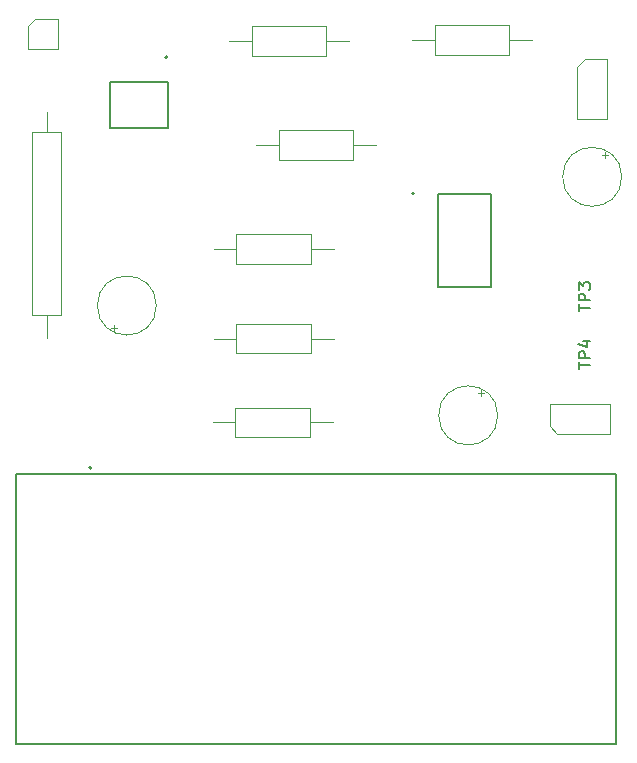
<source format=gbr>
%TF.GenerationSoftware,KiCad,Pcbnew,8.0.6*%
%TF.CreationDate,2025-02-20T03:10:47-08:00*%
%TF.ProjectId,ECE 412,45434520-3431-4322-9e6b-696361645f70,A*%
%TF.SameCoordinates,Original*%
%TF.FileFunction,AssemblyDrawing,Top*%
%FSLAX46Y46*%
G04 Gerber Fmt 4.6, Leading zero omitted, Abs format (unit mm)*
G04 Created by KiCad (PCBNEW 8.0.6) date 2025-02-20 03:10:47*
%MOMM*%
%LPD*%
G01*
G04 APERTURE LIST*
%ADD10C,0.150000*%
%ADD11C,0.100000*%
%ADD12C,0.127000*%
%ADD13C,0.200000*%
G04 APERTURE END LIST*
D10*
X181954819Y-84561904D02*
X181954819Y-83990476D01*
X182954819Y-84276190D02*
X181954819Y-84276190D01*
X182954819Y-83657142D02*
X181954819Y-83657142D01*
X181954819Y-83657142D02*
X181954819Y-83276190D01*
X181954819Y-83276190D02*
X182002438Y-83180952D01*
X182002438Y-83180952D02*
X182050057Y-83133333D01*
X182050057Y-83133333D02*
X182145295Y-83085714D01*
X182145295Y-83085714D02*
X182288152Y-83085714D01*
X182288152Y-83085714D02*
X182383390Y-83133333D01*
X182383390Y-83133333D02*
X182431009Y-83180952D01*
X182431009Y-83180952D02*
X182478628Y-83276190D01*
X182478628Y-83276190D02*
X182478628Y-83657142D01*
X182288152Y-82228571D02*
X182954819Y-82228571D01*
X181907200Y-82466666D02*
X182621485Y-82704761D01*
X182621485Y-82704761D02*
X182621485Y-82085714D01*
X181954819Y-79661904D02*
X181954819Y-79090476D01*
X182954819Y-79376190D02*
X181954819Y-79376190D01*
X182954819Y-78757142D02*
X181954819Y-78757142D01*
X181954819Y-78757142D02*
X181954819Y-78376190D01*
X181954819Y-78376190D02*
X182002438Y-78280952D01*
X182002438Y-78280952D02*
X182050057Y-78233333D01*
X182050057Y-78233333D02*
X182145295Y-78185714D01*
X182145295Y-78185714D02*
X182288152Y-78185714D01*
X182288152Y-78185714D02*
X182383390Y-78233333D01*
X182383390Y-78233333D02*
X182431009Y-78280952D01*
X182431009Y-78280952D02*
X182478628Y-78376190D01*
X182478628Y-78376190D02*
X182478628Y-78757142D01*
X181954819Y-77852380D02*
X181954819Y-77233333D01*
X181954819Y-77233333D02*
X182335771Y-77566666D01*
X182335771Y-77566666D02*
X182335771Y-77423809D01*
X182335771Y-77423809D02*
X182383390Y-77328571D01*
X182383390Y-77328571D02*
X182431009Y-77280952D01*
X182431009Y-77280952D02*
X182526247Y-77233333D01*
X182526247Y-77233333D02*
X182764342Y-77233333D01*
X182764342Y-77233333D02*
X182859580Y-77280952D01*
X182859580Y-77280952D02*
X182907200Y-77328571D01*
X182907200Y-77328571D02*
X182954819Y-77423809D01*
X182954819Y-77423809D02*
X182954819Y-77709523D01*
X182954819Y-77709523D02*
X182907200Y-77804761D01*
X182907200Y-77804761D02*
X182859580Y-77852380D01*
D11*
%TO.C,R4*%
X154620000Y-65600000D02*
X156550000Y-65600000D01*
X156550000Y-64350000D02*
X156550000Y-66850000D01*
X156550000Y-66850000D02*
X162850000Y-66850000D01*
X162850000Y-64350000D02*
X156550000Y-64350000D01*
X162850000Y-66850000D02*
X162850000Y-64350000D01*
X164780000Y-65600000D02*
X162850000Y-65600000D01*
%TO.C,R2*%
X152340000Y-56800000D02*
X154270000Y-56800000D01*
X154270000Y-55550000D02*
X154270000Y-58050000D01*
X154270000Y-58050000D02*
X160570000Y-58050000D01*
X160570000Y-55550000D02*
X154270000Y-55550000D01*
X160570000Y-58050000D02*
X160570000Y-55550000D01*
X162500000Y-56800000D02*
X160570000Y-56800000D01*
D12*
%TO.C,U4*%
X142277500Y-60255000D02*
X142277500Y-64155000D01*
X147182500Y-60255000D02*
X142277500Y-60255000D01*
X147182500Y-60255000D02*
X147182500Y-64155000D01*
X147182500Y-64155000D02*
X142277500Y-64155000D01*
D13*
X147135000Y-58165000D02*
G75*
G02*
X146935000Y-58165000I-100000J0D01*
G01*
X146935000Y-58165000D02*
G75*
G02*
X147135000Y-58165000I100000J0D01*
G01*
D11*
%TO.C,J2*%
X179490000Y-87530000D02*
X184570000Y-87530000D01*
X179490000Y-89435000D02*
X179490000Y-87530000D01*
X180125000Y-90070000D02*
X179490000Y-89435000D01*
X184570000Y-87530000D02*
X184570000Y-90070000D01*
X184570000Y-90070000D02*
X180125000Y-90070000D01*
%TO.C,C4*%
X173687500Y-86366395D02*
X173687500Y-86866395D01*
X173937500Y-86616395D02*
X173437500Y-86616395D01*
X175100000Y-88500000D02*
G75*
G02*
X170100000Y-88500000I-2500000J0D01*
G01*
X170100000Y-88500000D02*
G75*
G02*
X175100000Y-88500000I2500000J0D01*
G01*
%TO.C,R1*%
X167820000Y-56700000D02*
X169750000Y-56700000D01*
X169750000Y-55450000D02*
X169750000Y-57950000D01*
X169750000Y-57950000D02*
X176050000Y-57950000D01*
X176050000Y-55450000D02*
X169750000Y-55450000D01*
X176050000Y-57950000D02*
X176050000Y-55450000D01*
X177980000Y-56700000D02*
X176050000Y-56700000D01*
%TO.C,R3*%
X135650000Y-64532974D02*
X135650000Y-79994974D01*
X135650000Y-79994974D02*
X138150000Y-79994974D01*
X136900000Y-62805474D02*
X136900000Y-64532974D01*
X136900000Y-81924974D02*
X136900000Y-79994974D01*
X138150000Y-64532974D02*
X135650000Y-64532974D01*
X138150000Y-79994974D02*
X138150000Y-64532974D01*
%TO.C,R6*%
X151040000Y-82000000D02*
X152970000Y-82000000D01*
X152970000Y-80750000D02*
X152970000Y-83250000D01*
X152970000Y-83250000D02*
X159270000Y-83250000D01*
X159270000Y-80750000D02*
X152970000Y-80750000D01*
X159270000Y-83250000D02*
X159270000Y-80750000D01*
X161200000Y-82000000D02*
X159270000Y-82000000D01*
%TO.C,R7*%
X150960000Y-89100000D02*
X152890000Y-89100000D01*
X152890000Y-87850000D02*
X152890000Y-90350000D01*
X152890000Y-90350000D02*
X159190000Y-90350000D01*
X159190000Y-87850000D02*
X152890000Y-87850000D01*
X159190000Y-90350000D02*
X159190000Y-87850000D01*
X161120000Y-89100000D02*
X159190000Y-89100000D01*
%TO.C,C3*%
X184187500Y-66166395D02*
X184187500Y-66666395D01*
X184437500Y-66416395D02*
X183937500Y-66416395D01*
X185600000Y-68300000D02*
G75*
G02*
X180600000Y-68300000I-2500000J0D01*
G01*
X180600000Y-68300000D02*
G75*
G02*
X185600000Y-68300000I2500000J0D01*
G01*
%TO.C,J1*%
X135330000Y-55565000D02*
X135965000Y-54930000D01*
X135330000Y-57470000D02*
X135330000Y-55565000D01*
X135965000Y-54930000D02*
X137870000Y-54930000D01*
X137870000Y-54930000D02*
X137870000Y-57470000D01*
X137870000Y-57470000D02*
X135330000Y-57470000D01*
D12*
%TO.C,U5*%
X170065000Y-69725000D02*
X170065000Y-77625000D01*
X170065000Y-69725000D02*
X174565000Y-69725000D01*
X170065000Y-77625000D02*
X174565000Y-77625000D01*
X174565000Y-69725000D02*
X174565000Y-77625000D01*
D13*
X168030000Y-69690000D02*
G75*
G02*
X167830000Y-69690000I-100000J0D01*
G01*
X167830000Y-69690000D02*
G75*
G02*
X168030000Y-69690000I100000J0D01*
G01*
D11*
%TO.C,Vbat1*%
X181830000Y-58965000D02*
X182465000Y-58330000D01*
X181830000Y-63410000D02*
X181830000Y-58965000D01*
X182465000Y-58330000D02*
X184370000Y-58330000D01*
X184370000Y-58330000D02*
X184370000Y-63410000D01*
X184370000Y-63410000D02*
X181830000Y-63410000D01*
%TO.C,C5*%
X142362500Y-81083605D02*
X142862500Y-81083605D01*
X142612500Y-81333605D02*
X142612500Y-80833605D01*
X146200000Y-79200000D02*
G75*
G02*
X141200000Y-79200000I-2500000J0D01*
G01*
X141200000Y-79200000D02*
G75*
G02*
X146200000Y-79200000I2500000J0D01*
G01*
D12*
%TO.C,U2*%
X134310000Y-93470000D02*
X185110000Y-93470000D01*
X134310000Y-116330000D02*
X134310000Y-93470000D01*
X185110000Y-93470000D02*
X185110000Y-116330000D01*
X185110000Y-116330000D02*
X134310000Y-116330000D01*
D13*
X140710000Y-92920000D02*
G75*
G02*
X140510000Y-92920000I-100000J0D01*
G01*
X140510000Y-92920000D02*
G75*
G02*
X140710000Y-92920000I100000J0D01*
G01*
D11*
%TO.C,R5*%
X151040000Y-74400000D02*
X152970000Y-74400000D01*
X152970000Y-73150000D02*
X152970000Y-75650000D01*
X152970000Y-75650000D02*
X159270000Y-75650000D01*
X159270000Y-73150000D02*
X152970000Y-73150000D01*
X159270000Y-75650000D02*
X159270000Y-73150000D01*
X161200000Y-74400000D02*
X159270000Y-74400000D01*
%TD*%
M02*

</source>
